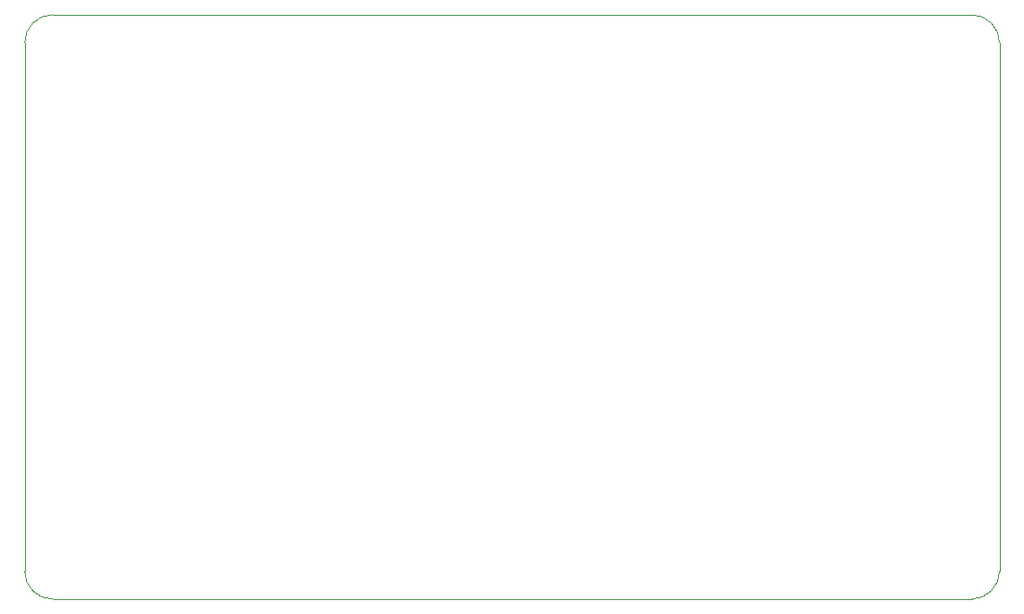
<source format=gbr>
G04 #@! TF.GenerationSoftware,KiCad,Pcbnew,(5.1.10)-1*
G04 #@! TF.CreationDate,2021-12-09T23:22:53+01:00*
G04 #@! TF.ProjectId,UARTtoESP,55415254-746f-4455-9350-2e6b69636164,rev?*
G04 #@! TF.SameCoordinates,Original*
G04 #@! TF.FileFunction,Profile,NP*
%FSLAX46Y46*%
G04 Gerber Fmt 4.6, Leading zero omitted, Abs format (unit mm)*
G04 Created by KiCad (PCBNEW (5.1.10)-1) date 2021-12-09 23:22:53*
%MOMM*%
%LPD*%
G01*
G04 APERTURE LIST*
G04 #@! TA.AperFunction,Profile*
%ADD10C,0.050000*%
G04 #@! TD*
G04 APERTURE END LIST*
D10*
X154940000Y-101600000D02*
G75*
G02*
X152400000Y-99060000I0J2540000D01*
G01*
X241300000Y-99060000D02*
G75*
G02*
X238760000Y-101600000I-2540000J0D01*
G01*
X238760000Y-48260000D02*
G75*
G02*
X241300000Y-50800000I0J-2540000D01*
G01*
X152400000Y-50800000D02*
G75*
G02*
X154940000Y-48260000I2540000J0D01*
G01*
X152400000Y-99060000D02*
X152400000Y-50800000D01*
X238760000Y-101600000D02*
X154940000Y-101600000D01*
X241300000Y-50800000D02*
X241300000Y-99060000D01*
X154940000Y-48260000D02*
X238760000Y-48260000D01*
M02*

</source>
